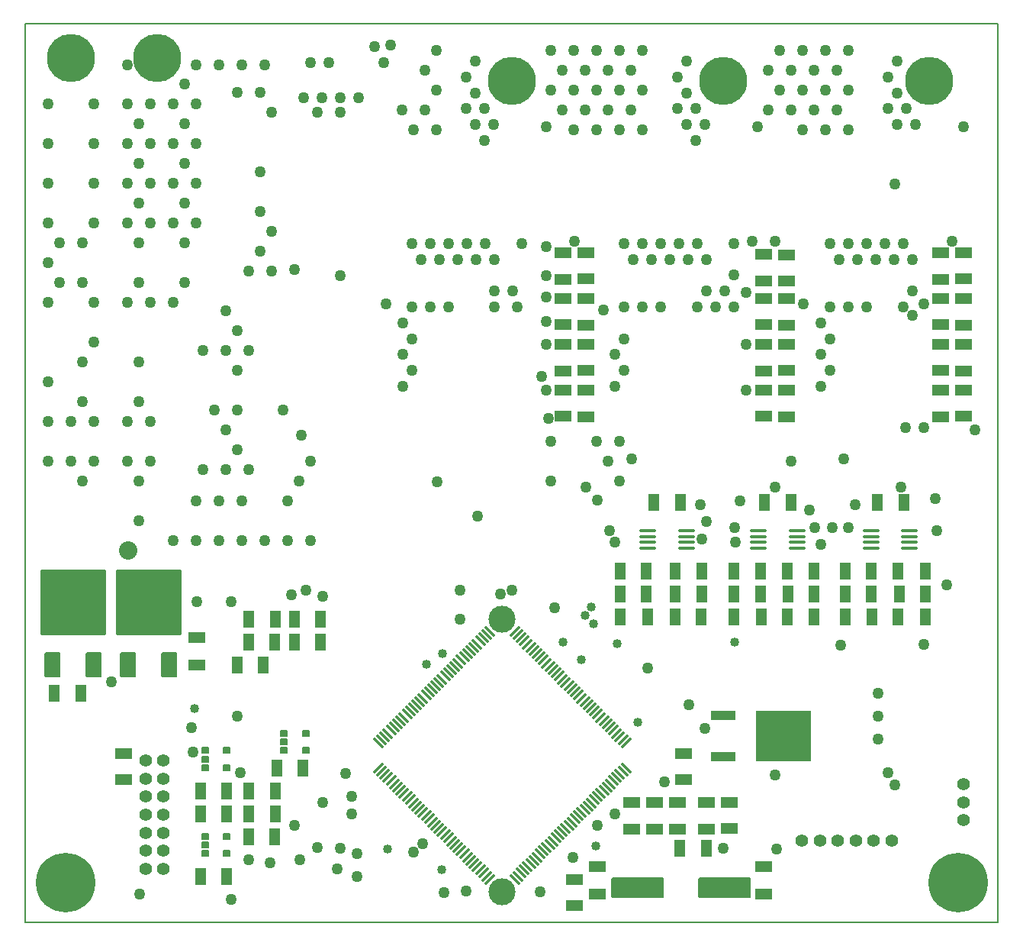
<source format=gbr>
G04 PROTEUS GERBER X2 FILE*
%TF.GenerationSoftware,Labcenter,Proteus,8.7-SP3-Build25561*%
%TF.CreationDate,2021-06-13T19:25:45+00:00*%
%TF.FileFunction,Soldermask,Bot*%
%TF.FilePolarity,Negative*%
%TF.Part,Single*%
%TF.SameCoordinates,{9c7b3d0d-a21c-4509-bc3d-39c11cb24c33}*%
%FSLAX45Y45*%
%MOMM*%
G01*
%TA.AperFunction,Material*%
%ADD69C,1.270000*%
%ADD74C,1.016000*%
%ADD75C,2.032000*%
%AMPPAD091*
4,1,4,
0.449010,-0.628620,
0.628620,-0.449010,
-0.449010,0.628620,
-0.628620,0.449010,
0.449010,-0.628620,
0*%
%TA.AperFunction,Material*%
%ADD101PPAD091*%
%AMPPAD092*
4,1,4,
0.628620,0.449010,
0.449010,0.628620,
-0.628620,-0.449010,
-0.449010,-0.628620,
0.628620,0.449010,
0*%
%ADD102PPAD092*%
%AMPPAD093*
4,1,4,
0.637600,0.422070,
0.422070,0.637600,
-0.637600,-0.422070,
-0.422070,-0.637600,
0.637600,0.422070,
0*%
%ADD103PPAD093*%
%AMPPAD094*
4,1,4,
0.422070,-0.637600,
0.637600,-0.422070,
-0.422070,0.637600,
-0.637600,0.422070,
0.422070,-0.637600,
0*%
%ADD104PPAD094*%
%ADD105C,3.000000*%
%AMPPAD096*
4,1,36,
0.444500,-0.254000,
0.444500,0.254000,
0.441970,0.279970,
0.434700,0.303980,
0.423150,0.325580,
0.407790,0.344290,
0.389070,0.359650,
0.367480,0.371200,
0.343470,0.378470,
0.317500,0.381000,
-0.317500,0.381000,
-0.343470,0.378470,
-0.367480,0.371200,
-0.389070,0.359650,
-0.407790,0.344290,
-0.423150,0.325580,
-0.434700,0.303980,
-0.441970,0.279970,
-0.444500,0.254000,
-0.444500,-0.254000,
-0.441970,-0.279970,
-0.434700,-0.303980,
-0.423150,-0.325580,
-0.407790,-0.344290,
-0.389070,-0.359650,
-0.367480,-0.371200,
-0.343470,-0.378470,
-0.317500,-0.381000,
0.317500,-0.381000,
0.343470,-0.378470,
0.367480,-0.371200,
0.389070,-0.359650,
0.407790,-0.344290,
0.423150,-0.325580,
0.434700,-0.303980,
0.441970,-0.279970,
0.444500,-0.254000,
0*%
%TA.AperFunction,Material*%
%ADD106PPAD096*%
%TA.AperFunction,Material*%
%ADD76C,6.604000*%
%TA.AperFunction,Material*%
%ADD81C,5.334000*%
%AMPPAD097*
4,1,4,
-0.901700,0.571500,
-0.901700,-0.571500,
0.901700,-0.571500,
0.901700,0.571500,
-0.901700,0.571500,
0*%
%TA.AperFunction,Material*%
%ADD107PPAD097*%
%AMPPAD098*
4,1,36,
3.492500,3.619500,
-3.492500,3.619500,
-3.518470,3.616970,
-3.542480,3.609700,
-3.564080,3.598150,
-3.582790,3.582790,
-3.598150,3.564070,
-3.609700,3.542480,
-3.616970,3.518470,
-3.619500,3.492500,
-3.619500,-3.492500,
-3.616970,-3.518470,
-3.609700,-3.542480,
-3.598150,-3.564070,
-3.582790,-3.582790,
-3.564080,-3.598150,
-3.542480,-3.609700,
-3.518470,-3.616970,
-3.492500,-3.619500,
3.492500,-3.619500,
3.518470,-3.616970,
3.542480,-3.609700,
3.564080,-3.598150,
3.582790,-3.582790,
3.598150,-3.564070,
3.609700,-3.542480,
3.616970,-3.518470,
3.619500,-3.492500,
3.619500,3.492500,
3.616970,3.518470,
3.609700,3.542480,
3.598150,3.564070,
3.582790,3.582790,
3.564080,3.598150,
3.542480,3.609700,
3.518470,3.616970,
3.492500,3.619500,
0*%
%TA.AperFunction,Material*%
%ADD108PPAD098*%
%AMPPAD099*
4,1,36,
0.762000,1.397000,
-0.762000,1.397000,
-0.787970,1.394470,
-0.811980,1.387200,
-0.833580,1.375650,
-0.852290,1.360290,
-0.867650,1.341570,
-0.879200,1.319980,
-0.886470,1.295970,
-0.889000,1.270000,
-0.889000,-1.270000,
-0.886470,-1.295970,
-0.879200,-1.319980,
-0.867650,-1.341570,
-0.852290,-1.360290,
-0.833580,-1.375650,
-0.811980,-1.387200,
-0.787970,-1.394470,
-0.762000,-1.397000,
0.762000,-1.397000,
0.787970,-1.394470,
0.811980,-1.387200,
0.833580,-1.375650,
0.852290,-1.360290,
0.867650,-1.341570,
0.879200,-1.319980,
0.886470,-1.295970,
0.889000,-1.270000,
0.889000,1.270000,
0.886470,1.295970,
0.879200,1.319980,
0.867650,1.341570,
0.852290,1.360290,
0.833580,1.375650,
0.811980,1.387200,
0.787970,1.394470,
0.762000,1.397000,
0*%
%ADD109PPAD099*%
%AMPPAD100*
4,1,4,
0.571500,0.901700,
-0.571500,0.901700,
-0.571500,-0.901700,
0.571500,-0.901700,
0.571500,0.901700,
0*%
%TA.AperFunction,Material*%
%ADD110PPAD100*%
%AMPPAD101*
4,1,36,
0.901700,-0.025400,
0.901700,0.025400,
0.898160,0.061750,
0.887980,0.095370,
0.871810,0.125600,
0.850300,0.151800,
0.824110,0.173310,
0.793870,0.189480,
0.760250,0.199660,
0.723900,0.203200,
-0.723900,0.203200,
-0.760250,0.199660,
-0.793870,0.189480,
-0.824110,0.173310,
-0.850300,0.151800,
-0.871810,0.125600,
-0.887980,0.095370,
-0.898160,0.061750,
-0.901700,0.025400,
-0.901700,-0.025400,
-0.898160,-0.061750,
-0.887980,-0.095370,
-0.871810,-0.125600,
-0.850300,-0.151800,
-0.824110,-0.173310,
-0.793870,-0.189480,
-0.760250,-0.199660,
-0.723900,-0.203200,
0.723900,-0.203200,
0.760250,-0.199660,
0.793870,-0.189480,
0.824110,-0.173310,
0.850300,-0.151800,
0.871810,-0.125600,
0.887980,-0.095370,
0.898160,-0.061750,
0.901700,-0.025400,
0*%
%TA.AperFunction,Material*%
%ADD111PPAD101*%
%AMPPAD102*
4,1,4,
-1.371600,0.495300,
-1.371600,-0.495300,
1.371600,-0.495300,
1.371600,0.495300,
-1.371600,0.495300,
0*%
%TA.AperFunction,Material*%
%ADD112PPAD102*%
%AMPPAD103*
4,1,4,
-3.073400,2.781300,
-3.073400,-2.781300,
3.073400,-2.781300,
3.073400,2.781300,
-3.073400,2.781300,
0*%
%ADD113PPAD103*%
%AMPPAD104*
4,1,36,
2.921000,-1.016000,
2.921000,1.016000,
2.918470,1.041970,
2.911200,1.065980,
2.899650,1.087580,
2.884290,1.106290,
2.865570,1.121650,
2.843980,1.133200,
2.819970,1.140470,
2.794000,1.143000,
-2.794000,1.143000,
-2.819970,1.140470,
-2.843980,1.133200,
-2.865570,1.121650,
-2.884290,1.106290,
-2.899650,1.087580,
-2.911200,1.065980,
-2.918470,1.041970,
-2.921000,1.016000,
-2.921000,-1.016000,
-2.918470,-1.041970,
-2.911200,-1.065980,
-2.899650,-1.087580,
-2.884290,-1.106290,
-2.865570,-1.121650,
-2.843980,-1.133200,
-2.819970,-1.140470,
-2.794000,-1.143000,
2.794000,-1.143000,
2.819970,-1.140470,
2.843980,-1.133200,
2.865570,-1.121650,
2.884290,-1.106290,
2.899650,-1.087580,
2.911200,-1.065980,
2.918470,-1.041970,
2.921000,-1.016000,
0*%
%TA.AperFunction,Material*%
%ADD114PPAD104*%
%TA.AperFunction,Material*%
%ADD99C,1.397000*%
%TA.AperFunction,Profile*%
%ADD46C,0.203200*%
%TD.AperFunction*%
D69*
X+3225800Y+1174750D03*
X+3479800Y+1174750D03*
X+5257800Y+1174750D03*
X+5511800Y+1174750D03*
X+5765800Y+1174750D03*
X+7543800Y+1174750D03*
X+7797800Y+1174750D03*
X+8051800Y+1174750D03*
X+3098800Y+1394720D03*
X+3352800Y+1394720D03*
X+4876800Y+1394720D03*
X+5130800Y+1394720D03*
X+5384800Y+1394720D03*
X+5638800Y+1394720D03*
X+7162800Y+1394720D03*
X+7416800Y+1394720D03*
X+7670800Y+1394720D03*
X+7924800Y+1394720D03*
X+3479800Y+1614690D03*
X+4749800Y+1614690D03*
X+5003800Y+1614690D03*
X+5257800Y+1614690D03*
X+5511800Y+1614690D03*
X+5765800Y+1614690D03*
X+7289800Y+1614690D03*
X+7543800Y+1614690D03*
X+7797800Y+1614690D03*
X+8051800Y+1614690D03*
X+3352800Y+1834660D03*
X+4876800Y+1834660D03*
X+5130800Y+1834660D03*
X+5384800Y+1834660D03*
X+5638800Y+1834660D03*
X+7162800Y+1834660D03*
X+7416800Y+1834660D03*
X+7670800Y+1834660D03*
X+7924800Y+1834660D03*
X+3479800Y+2054630D03*
X+4749800Y+2054630D03*
X+5003800Y+2054630D03*
X+5257800Y+2054630D03*
X+5511800Y+2054630D03*
X+5765800Y+2054630D03*
X+7289800Y+2054630D03*
X+7543800Y+2054630D03*
X+7797800Y+2054630D03*
X+8051800Y+2054630D03*
X+5461000Y-1673630D03*
X+5562600Y-1497654D03*
X+5461000Y-1321678D03*
X+5562600Y-1145702D03*
X+5562600Y-793750D03*
X+5765800Y-793750D03*
X+5969000Y-793750D03*
X+6375400Y-793750D03*
X+6578600Y-793750D03*
X+6781800Y-793750D03*
X+6477000Y-617774D03*
X+6680200Y-617774D03*
X+6781800Y-441798D03*
X+5664200Y-265822D03*
X+5867400Y-265822D03*
X+6070600Y-265822D03*
X+6273800Y-265822D03*
X+6477000Y-265822D03*
X+5562600Y-89846D03*
X+5765800Y-89846D03*
X+5969000Y-89846D03*
X+6172200Y-89846D03*
X+6375400Y-89846D03*
X+6781800Y-89846D03*
X+7747000Y-1673630D03*
X+7848600Y-1497654D03*
X+7747000Y-1321678D03*
X+7848600Y-1145702D03*
X+7747000Y-969726D03*
X+7848600Y-793750D03*
X+8051800Y-793750D03*
X+8255000Y-793750D03*
X+8661400Y-793750D03*
X+8763000Y-617774D03*
X+7950200Y-265822D03*
X+8153400Y-265822D03*
X+8356600Y-265822D03*
X+8559800Y-265822D03*
X+8763000Y-265822D03*
X+7848600Y-89846D03*
X+8051800Y-89846D03*
X+8255000Y-89846D03*
X+8458200Y-89846D03*
X+8661400Y-89846D03*
X+3213100Y-1497654D03*
X+3111500Y-1321678D03*
X+3213100Y-1145702D03*
X+3111500Y-969726D03*
X+3213100Y-793750D03*
X+3416300Y-793750D03*
X+3619500Y-793750D03*
X+4127500Y-617774D03*
X+4330700Y-617774D03*
X+3314700Y-265822D03*
X+3517900Y-265822D03*
X+3721100Y-265822D03*
X+3924300Y-265822D03*
X+4127500Y-265822D03*
X+3213100Y-89846D03*
X+3416300Y-89846D03*
X+3619500Y-89846D03*
X+3822700Y-89846D03*
X+4025900Y-89846D03*
X+4432300Y-89846D03*
X+4013200Y+1052310D03*
X+3911600Y+1228286D03*
X+4114800Y+1228286D03*
X+3810000Y+1404262D03*
X+4013200Y+1404262D03*
X+3911600Y+1580238D03*
X+3810000Y+1756214D03*
X+3911600Y+1932190D03*
X+8597900Y+1228286D03*
X+8801100Y+1228286D03*
X+8496300Y+1404262D03*
X+8699500Y+1404262D03*
X+8597900Y+1580238D03*
X+8496300Y+1756214D03*
X+8597900Y+1932190D03*
X+6363969Y+1052310D03*
X+6262369Y+1228286D03*
X+6465569Y+1228286D03*
X+6160769Y+1404262D03*
X+6363969Y+1404262D03*
X+6262369Y+1580238D03*
X+6160769Y+1756214D03*
X+6262369Y+1932190D03*
X+8686800Y-2130796D03*
X+8890000Y-2130796D03*
X+2082800Y+1916652D03*
X+2286000Y+1916652D03*
X+2895600Y+1916652D03*
X+2794000Y+2092628D03*
X+2006600Y+1525797D03*
X+2209800Y+1525797D03*
X+2413000Y+1525797D03*
X+2616200Y+1525797D03*
X+3492500Y-2730500D03*
X+4699000Y-1714500D03*
X+4729970Y-2032000D03*
X+2921000Y-762000D03*
X+4699000Y-444500D03*
X+5016500Y-63500D03*
X+8572500Y+571500D03*
X+8763000Y-889000D03*
X+8001000Y-2476500D03*
X+8636000Y-2794000D03*
X+9017000Y-2921000D03*
X+9461500Y-2159000D03*
X+8128000Y-2984500D03*
X+6921500Y-1206500D03*
X+7239000Y-63500D03*
X+5651500Y-2476500D03*
X+6921500Y-1714500D03*
X+6921500Y-635000D03*
X+8890000Y-762000D03*
X+6413500Y-2984500D03*
X+5269832Y-2934010D03*
X+5143500Y-2794000D03*
X+4699000Y-952500D03*
X+7620000Y-3048000D03*
X+7239000Y-2794000D03*
X+6852642Y-2947088D03*
X+5405123Y-3273402D03*
X+9035789Y-3275673D03*
X+9334500Y+1206500D03*
X+8056544Y-3238229D03*
X+9207500Y-63500D03*
X+6794500Y-3238500D03*
X+6985000Y-63500D03*
X+7747000Y-3429000D03*
X+6428649Y-3363510D03*
X+9144000Y-3873500D03*
X+5462196Y-3402691D03*
X+6804544Y-3400300D03*
X+7874000Y-3238500D03*
X+7048500Y+1206500D03*
X+7683500Y-3238500D03*
X+4699000Y+1206500D03*
X+6477000Y-3175000D03*
X+4749800Y-2724715D03*
X+5511800Y-2724715D03*
X+5384800Y-2504745D03*
X+7416800Y-2504745D03*
X+4749800Y-2284775D03*
X+5257800Y-2284775D03*
X+5511800Y-2284775D03*
X+2971800Y+2114625D03*
X+3111500Y-1673630D03*
X+4127500Y-793750D03*
X+4381500Y-793750D03*
X+7556500Y-762000D03*
X+5334000Y-825500D03*
X+2413000Y-444500D03*
X+1905000Y-381000D03*
X+5003800Y+1174750D03*
X+4699000Y-127000D03*
D74*
X+4889500Y-4508500D03*
X+5715000Y-5397500D03*
X+5250653Y-6773442D03*
X+3369407Y-4759836D03*
X+2476500Y-5969000D03*
X+5201336Y-4122418D03*
X+5137322Y-4216749D03*
X+5223704Y-4304672D03*
X+3543214Y-7032789D03*
X+2939996Y-6806802D03*
X+798339Y-5243339D03*
X+6794500Y-4508500D03*
X+5090277Y-4706542D03*
D69*
X-127000Y-4953000D03*
X+825500Y-4064000D03*
X+1206500Y-4064000D03*
D75*
X+63500Y-3492500D03*
D69*
X+190500Y-7302500D03*
X+1206500Y-7366000D03*
X+4190486Y-3977762D03*
X+4318000Y-3937000D03*
X+3746500Y-3937000D03*
X+3746500Y-4254500D03*
X+4797500Y-4128388D03*
X+3937000Y-3111500D03*
X+4699000Y-1206500D03*
X+4703525Y-680491D03*
X+3330252Y-6746398D03*
X+2540000Y-6223000D03*
X+7256104Y-6804454D03*
X+6667500Y-6794500D03*
X+6466771Y-5469186D03*
X+6286500Y-5207000D03*
X+6012307Y-6058609D03*
X+8382000Y-5080000D03*
X+8382000Y-5334000D03*
X+8382000Y-5588000D03*
X+8893984Y-4535770D03*
X+8493457Y-5954134D03*
X+8572500Y-6096000D03*
X+1270000Y-5334000D03*
X+762000Y-5461000D03*
X+777745Y-5731541D03*
X+2476596Y-5969000D03*
X+2540000Y-6413500D03*
X+1905000Y-6540500D03*
X+2162800Y-6787849D03*
X+1968500Y-6921500D03*
X+2413000Y-6794500D03*
X+2603500Y-6858000D03*
X+2382291Y-7028649D03*
X+2603500Y-7112000D03*
X+1638554Y-6958147D03*
X+1397000Y-6921500D03*
X+5270500Y-6540500D03*
X+5461000Y-6413500D03*
X+5000592Y-6897140D03*
X+4631295Y-7275534D03*
X+3570663Y-7287838D03*
X+3812572Y-7269848D03*
X+1308146Y-5957820D03*
X+5826579Y-4795895D03*
X+7969250Y-4540250D03*
X+1870921Y-3983646D03*
X+2222500Y-4000500D03*
X+2222500Y-6286500D03*
X+1985701Y-2218041D03*
X+2032000Y-3937000D03*
X+4651441Y-1565288D03*
D74*
X+5488720Y-4530670D03*
D69*
X+3226757Y-6836751D03*
X+7244914Y-5984685D03*
D74*
X+3551706Y-4639794D03*
D69*
X+558800Y-3384625D03*
X+812800Y-3384625D03*
X+1066800Y-3384625D03*
X+1320800Y-3384625D03*
X+1574800Y-3384625D03*
X+1828800Y-3384625D03*
X+2082800Y-3384625D03*
X+177800Y-3164655D03*
X+812800Y-2944685D03*
X+1066800Y-2944685D03*
X+1320800Y-2944685D03*
X+1828800Y-2944685D03*
X+177800Y-2724715D03*
X+1955800Y-2724715D03*
X+50800Y-2504745D03*
X+304800Y-2504745D03*
X+2082800Y-2504745D03*
X+50800Y-2064805D03*
X+304800Y-2064805D03*
X+177800Y-1844835D03*
X+177800Y-1404895D03*
X+50800Y-744985D03*
X+304800Y-744985D03*
X+558800Y-744985D03*
X+177800Y-525015D03*
X+685800Y-525015D03*
X+177800Y-85075D03*
X+685800Y-85075D03*
X+50800Y+134895D03*
X+304800Y+134895D03*
X+558800Y+134895D03*
X+812800Y+134895D03*
X+177800Y+354865D03*
X+685800Y+354865D03*
X+50800Y+574835D03*
X+304800Y+574835D03*
X+558800Y+574835D03*
X+812800Y+574835D03*
X+177800Y+794805D03*
X+685800Y+794805D03*
X+50800Y+1014775D03*
X+304800Y+1014775D03*
X+558800Y+1014775D03*
X+812800Y+1014775D03*
X+177800Y+1234745D03*
X+685800Y+1234745D03*
X+50800Y+1454715D03*
X+304800Y+1454715D03*
X+558800Y+1454715D03*
X+812800Y+1454715D03*
X+685800Y+1674685D03*
X+50800Y+1894655D03*
X+812800Y+1894655D03*
X+1066800Y+1894655D03*
X+1320800Y+1894655D03*
X+1574800Y+1894655D03*
X+889000Y-2597715D03*
X+1143000Y-2597715D03*
X+1397000Y-2597715D03*
X+1270000Y-2377745D03*
X+1143000Y-2157775D03*
X+1016000Y-1937805D03*
X+1270000Y-1937805D03*
X+1778000Y-1937805D03*
X+1270000Y-1497865D03*
X+889000Y-1277895D03*
X+1143000Y-1277895D03*
X+1397000Y-1277895D03*
X+1270000Y-1057925D03*
X+1143000Y-837955D03*
X+1397000Y-398015D03*
X+1651000Y-398015D03*
X+1524000Y-178045D03*
X+1651000Y+41925D03*
X+1524000Y+261895D03*
X+1524000Y+701835D03*
X+1651000Y+1361745D03*
X+2159000Y+1361745D03*
X+2413000Y+1361745D03*
X+1270000Y+1581715D03*
X+1524000Y+1581715D03*
X-444500Y-2724715D03*
X-825500Y-2504745D03*
X-571500Y-2504745D03*
X-317500Y-2504745D03*
X-825500Y-2064805D03*
X-571500Y-2064805D03*
X-317500Y-2064805D03*
X-444500Y-1844835D03*
X-825500Y-1624865D03*
X-444500Y-1404895D03*
X-317500Y-1184925D03*
X-825500Y-744985D03*
X-317500Y-744985D03*
X-698500Y-525015D03*
X-444500Y-525015D03*
X-825500Y-305045D03*
X-698500Y-85075D03*
X-444500Y-85075D03*
X-825500Y+134895D03*
X-317500Y+134895D03*
X-825500Y+574835D03*
X-317500Y+574835D03*
X-825500Y+1014775D03*
X-317500Y+1014775D03*
X-825500Y+1454715D03*
X-317500Y+1454715D03*
D101*
X+5589396Y-5904103D03*
X+5554040Y-5939459D03*
X+5518685Y-5974814D03*
X+5483330Y-6010169D03*
X+5447974Y-6045525D03*
X+5412619Y-6080880D03*
X+5377264Y-6116235D03*
X+5341908Y-6151591D03*
X+5306553Y-6186946D03*
X+5271198Y-6222301D03*
X+5235842Y-6257657D03*
X+5200487Y-6293012D03*
X+5165132Y-6328367D03*
X+5129776Y-6363723D03*
X+5094421Y-6399078D03*
X+5059066Y-6434434D03*
X+5023710Y-6469789D03*
X+4988355Y-6505144D03*
X+4953000Y-6540500D03*
X+4917644Y-6575855D03*
X+4882289Y-6611210D03*
X+4846934Y-6646566D03*
X+4811578Y-6681921D03*
X+4776223Y-6717276D03*
X+4740868Y-6752632D03*
X+4705512Y-6787987D03*
X+4670157Y-6823342D03*
X+4634802Y-6858698D03*
X+4599446Y-6894053D03*
X+4564091Y-6929408D03*
X+4528736Y-6964764D03*
X+4493380Y-7000119D03*
X+4458025Y-7035474D03*
X+4422670Y-7070830D03*
X+4387314Y-7106185D03*
X+4351959Y-7141540D03*
D102*
X+4076187Y-7141540D03*
X+4040832Y-7106185D03*
X+4005477Y-7070830D03*
X+3970121Y-7035474D03*
X+3934766Y-7000119D03*
D103*
X+3899411Y-6964764D03*
D102*
X+3864055Y-6929408D03*
X+3828700Y-6894053D03*
X+3793345Y-6858698D03*
X+3757989Y-6823342D03*
X+3722634Y-6787987D03*
X+3687279Y-6752632D03*
X+3651923Y-6717276D03*
X+3616568Y-6681921D03*
X+3581213Y-6646566D03*
X+3545857Y-6611210D03*
X+3510502Y-6575855D03*
X+3475147Y-6540500D03*
X+3439791Y-6505144D03*
X+3404436Y-6469789D03*
X+3369081Y-6434434D03*
X+3333725Y-6399078D03*
X+3298370Y-6363723D03*
X+3263015Y-6328367D03*
X+3227659Y-6293012D03*
X+3192304Y-6257657D03*
X+3156948Y-6222301D03*
X+3121593Y-6186946D03*
X+3086238Y-6151591D03*
X+3050882Y-6116235D03*
X+3015527Y-6080880D03*
X+2980172Y-6045525D03*
X+2944816Y-6010169D03*
X+2909461Y-5974814D03*
X+2874106Y-5939459D03*
X+2838750Y-5904103D03*
D101*
X+2838750Y-5628332D03*
X+2874106Y-5592976D03*
X+2909461Y-5557621D03*
X+2944816Y-5522266D03*
X+2980172Y-5486910D03*
X+3015527Y-5451555D03*
X+3050882Y-5416200D03*
X+3086238Y-5380844D03*
X+3121593Y-5345489D03*
X+3156948Y-5310134D03*
X+3192304Y-5274778D03*
X+3227659Y-5239423D03*
X+3263015Y-5204068D03*
X+3298370Y-5168712D03*
X+3333725Y-5133357D03*
X+3369081Y-5098002D03*
X+3404436Y-5062646D03*
X+3439791Y-5027291D03*
X+3475147Y-4991936D03*
X+3510502Y-4956580D03*
X+3545857Y-4921225D03*
X+3581213Y-4885870D03*
X+3616568Y-4850514D03*
X+3651923Y-4815159D03*
X+3687279Y-4779804D03*
X+3722634Y-4744448D03*
X+3757989Y-4709093D03*
X+3793345Y-4673738D03*
X+3828700Y-4638382D03*
X+3864055Y-4603027D03*
X+3899411Y-4567672D03*
X+3934766Y-4532316D03*
X+3970121Y-4496961D03*
D104*
X+4005477Y-4461606D03*
D101*
X+4040832Y-4426250D03*
X+4076187Y-4390895D03*
D102*
X+4351959Y-4390895D03*
X+4387314Y-4426250D03*
X+4422670Y-4461606D03*
X+4458025Y-4496961D03*
X+4493380Y-4532316D03*
X+4528736Y-4567672D03*
X+4564091Y-4603027D03*
X+4599446Y-4638382D03*
X+4634802Y-4673738D03*
X+4670157Y-4709093D03*
X+4705512Y-4744448D03*
X+4740868Y-4779804D03*
X+4776223Y-4815159D03*
X+4811578Y-4850514D03*
X+4846934Y-4885870D03*
X+4882289Y-4921225D03*
X+4917644Y-4956580D03*
X+4953000Y-4991936D03*
X+4988355Y-5027291D03*
X+5023710Y-5062646D03*
X+5059066Y-5098002D03*
X+5094421Y-5133357D03*
X+5129776Y-5168712D03*
X+5165132Y-5204068D03*
X+5200487Y-5239423D03*
X+5235842Y-5274778D03*
X+5271198Y-5310134D03*
X+5306553Y-5345489D03*
X+5341908Y-5380844D03*
X+5377264Y-5416200D03*
X+5412619Y-5451555D03*
X+5447974Y-5486910D03*
X+5483330Y-5522266D03*
X+5518685Y-5557621D03*
X+5554040Y-5592976D03*
X+5589396Y-5628332D03*
D105*
X+4214073Y-7279426D03*
X+4214073Y-4253009D03*
D106*
X+913740Y-5905500D03*
X+913740Y-5811520D03*
X+913740Y-5715000D03*
X+1152500Y-5715000D03*
X+1152500Y-5905500D03*
X+1793240Y-5715000D03*
X+1793240Y-5621020D03*
X+1793240Y-5524500D03*
X+2032000Y-5524500D03*
X+2032000Y-5715000D03*
X+913740Y-6858000D03*
X+913740Y-6764020D03*
X+913740Y-6667500D03*
X+1152500Y-6667500D03*
X+1152500Y-6858000D03*
D76*
X-635000Y-7175500D03*
X+9271000Y-7175500D03*
D81*
X+4318000Y+1714500D03*
X+6667500Y+1714500D03*
X+8953500Y+1714500D03*
D107*
X+5143500Y-698500D03*
X+5143500Y-998500D03*
X+5143500Y-190500D03*
X+5143500Y-480500D03*
X+4889500Y-190500D03*
X+4889500Y-490500D03*
X+4889500Y-698500D03*
X+4889500Y-988500D03*
D108*
X-546100Y-4071620D03*
D109*
X-317500Y-4762500D03*
X-774700Y-4762500D03*
D108*
X+292100Y-4071620D03*
D109*
X+520700Y-4762500D03*
X+63500Y-4762500D03*
D81*
X+381000Y+1968500D03*
X-571500Y+1968500D03*
D110*
X-462000Y-5080000D03*
X-762000Y-5080000D03*
D107*
X+825500Y-4762500D03*
X+825500Y-4462500D03*
X+4889500Y-1206500D03*
X+4889500Y-1506500D03*
X+5143500Y-1714500D03*
X+5143500Y-2014500D03*
X+4889500Y-1714500D03*
X+4889500Y-2004500D03*
X+5143500Y-1206500D03*
X+5143500Y-1496500D03*
D111*
X+6259000Y-3273402D03*
X+6259000Y-3338402D03*
X+6259000Y-3403402D03*
X+6259000Y-3468402D03*
X+5829000Y-3468402D03*
X+5829000Y-3403402D03*
X+5829000Y-3338402D03*
X+5829000Y-3273402D03*
X+7486107Y-3273033D03*
X+7486107Y-3338033D03*
X+7486107Y-3403033D03*
X+7486107Y-3468033D03*
X+7056107Y-3468033D03*
X+7056107Y-3403033D03*
X+7056107Y-3338033D03*
X+7056107Y-3273033D03*
X+8735869Y-3274533D03*
X+8735869Y-3339533D03*
X+8735869Y-3404533D03*
X+8735869Y-3469533D03*
X+8305869Y-3469533D03*
X+8305869Y-3404533D03*
X+8305869Y-3339533D03*
X+8305869Y-3274533D03*
D110*
X+6195500Y-2957402D03*
X+5895500Y-2957402D03*
X+7422607Y-2957033D03*
X+7122607Y-2957033D03*
X+8672369Y-2958533D03*
X+8372369Y-2958533D03*
X+6432000Y-3719402D03*
X+6132000Y-3719402D03*
X+7676607Y-3719033D03*
X+7376607Y-3719033D03*
X+8908869Y-3719033D03*
X+8608869Y-3719033D03*
X+6432000Y-3973402D03*
X+6132000Y-3973402D03*
X+5824500Y-4227402D03*
X+5524500Y-4227402D03*
X+5524500Y-3719402D03*
X+5814500Y-3719402D03*
X+6422000Y-4227402D03*
X+6132000Y-4227402D03*
X+5814500Y-3973402D03*
X+5524500Y-3973402D03*
X+6787607Y-3719033D03*
X+7077607Y-3719033D03*
X+7676607Y-3973033D03*
X+7386607Y-3973033D03*
X+7077607Y-3973033D03*
X+6787607Y-3973033D03*
X+8019869Y-3719033D03*
X+8309869Y-3719033D03*
X+8908869Y-3973033D03*
X+8618869Y-3973033D03*
X+8309869Y-3973033D03*
X+8019869Y-3973033D03*
X+7087607Y-4227033D03*
X+6787607Y-4227033D03*
X+7676607Y-4227033D03*
X+7376607Y-4227033D03*
X+8319869Y-4227033D03*
X+8019869Y-4227033D03*
X+8908869Y-4227033D03*
X+8608869Y-4227033D03*
D107*
X+7112000Y-698500D03*
X+7112000Y-988500D03*
X+7366000Y-218000D03*
X+7366000Y-508000D03*
X+7112000Y-1714500D03*
X+7112000Y-2004500D03*
X+7366000Y-1206500D03*
X+7366000Y-1496500D03*
X+7112000Y-208000D03*
X+7112000Y-508000D03*
X+7366000Y-698500D03*
X+7366000Y-998500D03*
X+7112000Y-1206500D03*
X+7112000Y-1506500D03*
X+7366000Y-1714500D03*
X+7366000Y-2014500D03*
X+9080500Y-190500D03*
X+9080500Y-490500D03*
X+9334500Y-698500D03*
X+9334500Y-998500D03*
X+9334500Y-1206500D03*
X+9334500Y-1506500D03*
X+9080500Y-1714500D03*
X+9080500Y-2014500D03*
X+9080500Y-698500D03*
X+9080500Y-988500D03*
X+9334500Y-190500D03*
X+9334500Y-480500D03*
X+9334500Y-1714500D03*
X+9334500Y-2004500D03*
X+9080500Y-1206500D03*
X+9080500Y-1496500D03*
D112*
X+6667500Y-5778500D03*
X+6667500Y-5322500D03*
D113*
X+7337500Y-5550500D03*
D114*
X+6680200Y-7239000D03*
X+5715000Y-7239000D03*
D107*
X+7112000Y-7002500D03*
X+7112000Y-7302500D03*
X+5270500Y-7002500D03*
X+5270500Y-7302500D03*
D110*
X+1152500Y-6413500D03*
X+862500Y-6413500D03*
X+1152500Y-6159500D03*
X+862500Y-6159500D03*
X+2004500Y-5905500D03*
X+1714500Y-5905500D03*
X+1152500Y-7112000D03*
X+862500Y-7112000D03*
D107*
X+9500Y-6032500D03*
X+9500Y-5742500D03*
D99*
X+454000Y-7023000D03*
X+254000Y-7023000D03*
X+454000Y-6823000D03*
X+254000Y-6823000D03*
X+454000Y-6623000D03*
X+254000Y-6623000D03*
X+454000Y-6423000D03*
X+254000Y-6423000D03*
X+454000Y-6223000D03*
X+254000Y-6223000D03*
X+454000Y-6023000D03*
X+254000Y-6023000D03*
X+454000Y-5823000D03*
X+254000Y-5823000D03*
D107*
X+6731000Y-6576500D03*
X+6731000Y-6286500D03*
D110*
X+6187000Y-6794500D03*
X+6477000Y-6794500D03*
X+1397000Y-6667500D03*
X+1687000Y-6667500D03*
D107*
X+6477000Y-6286500D03*
X+6477000Y-6586500D03*
X+6159500Y-6286500D03*
X+6159500Y-6586500D03*
X+5651500Y-6286500D03*
X+5651500Y-6586500D03*
X+5905500Y-6286500D03*
X+5905500Y-6586500D03*
D110*
X+1697000Y-6413500D03*
X+1397000Y-6413500D03*
X+1697000Y-6159500D03*
X+1397000Y-6159500D03*
X+1697000Y-4254500D03*
X+1397000Y-4254500D03*
D99*
X+9334500Y-6486500D03*
X+9334500Y-6286500D03*
X+9334500Y-6086500D03*
D107*
X+5016500Y-7139500D03*
X+5016500Y-7429500D03*
X+6223000Y-6032500D03*
X+6223000Y-5742500D03*
D110*
X+1905000Y-4508500D03*
X+2195000Y-4508500D03*
X+1905000Y-4254500D03*
X+2195000Y-4254500D03*
X+1397000Y-4508500D03*
X+1687000Y-4508500D03*
X+1560000Y-4762500D03*
X+1270000Y-4762500D03*
D99*
X+7537500Y-6713500D03*
X+7737500Y-6713500D03*
X+7937500Y-6713500D03*
X+8137500Y-6713500D03*
X+8337500Y-6713500D03*
X+8537500Y-6713500D03*
D46*
X-1079500Y-7620000D02*
X+9715500Y-7620000D01*
X+9715500Y+2349500D01*
X-1079500Y+2349500D01*
X-1079500Y-7620000D01*
M02*

</source>
